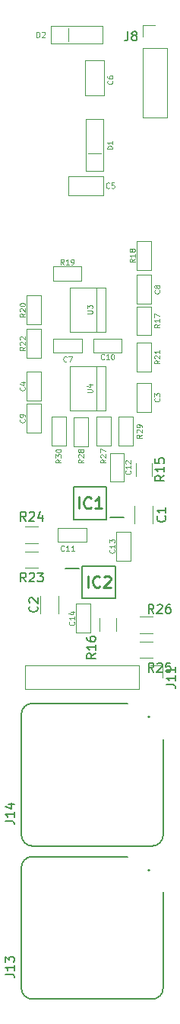
<source format=gbr>
G04 #@! TF.GenerationSoftware,KiCad,Pcbnew,(6.0.0)*
G04 #@! TF.CreationDate,2022-01-28T00:57:07+09:00*
G04 #@! TF.ProjectId,exits board A,65786974-7320-4626-9f61-726420412e6b,2.1*
G04 #@! TF.SameCoordinates,Original*
G04 #@! TF.FileFunction,Legend,Top*
G04 #@! TF.FilePolarity,Positive*
%FSLAX46Y46*%
G04 Gerber Fmt 4.6, Leading zero omitted, Abs format (unit mm)*
G04 Created by KiCad (PCBNEW (6.0.0)) date 2022-01-28 00:57:07*
%MOMM*%
%LPD*%
G01*
G04 APERTURE LIST*
%ADD10C,0.150000*%
%ADD11C,0.100000*%
%ADD12C,0.254000*%
%ADD13C,0.120000*%
%ADD14C,0.200000*%
%ADD15C,0.127000*%
G04 APERTURE END LIST*
D10*
X140107142Y-95416666D02*
X140154761Y-95464285D01*
X140202380Y-95607142D01*
X140202380Y-95702380D01*
X140154761Y-95845238D01*
X140059523Y-95940476D01*
X139964285Y-95988095D01*
X139773809Y-96035714D01*
X139630952Y-96035714D01*
X139440476Y-95988095D01*
X139345238Y-95940476D01*
X139250000Y-95845238D01*
X139202380Y-95702380D01*
X139202380Y-95607142D01*
X139250000Y-95464285D01*
X139297619Y-95416666D01*
X140202380Y-94464285D02*
X140202380Y-95035714D01*
X140202380Y-94750000D02*
X139202380Y-94750000D01*
X139345238Y-94845238D01*
X139440476Y-94940476D01*
X139488095Y-95035714D01*
X125857142Y-105416666D02*
X125904761Y-105464285D01*
X125952380Y-105607142D01*
X125952380Y-105702380D01*
X125904761Y-105845238D01*
X125809523Y-105940476D01*
X125714285Y-105988095D01*
X125523809Y-106035714D01*
X125380952Y-106035714D01*
X125190476Y-105988095D01*
X125095238Y-105940476D01*
X125000000Y-105845238D01*
X124952380Y-105702380D01*
X124952380Y-105607142D01*
X125000000Y-105464285D01*
X125047619Y-105416666D01*
X125047619Y-105035714D02*
X125000000Y-104988095D01*
X124952380Y-104892857D01*
X124952380Y-104654761D01*
X125000000Y-104559523D01*
X125047619Y-104511904D01*
X125142857Y-104464285D01*
X125238095Y-104464285D01*
X125380952Y-104511904D01*
X125952380Y-105083333D01*
X125952380Y-104464285D01*
D11*
X139464285Y-82350000D02*
X139492857Y-82378571D01*
X139521428Y-82464285D01*
X139521428Y-82521428D01*
X139492857Y-82607142D01*
X139435714Y-82664285D01*
X139378571Y-82692857D01*
X139264285Y-82721428D01*
X139178571Y-82721428D01*
X139064285Y-82692857D01*
X139007142Y-82664285D01*
X138950000Y-82607142D01*
X138921428Y-82521428D01*
X138921428Y-82464285D01*
X138950000Y-82378571D01*
X138978571Y-82350000D01*
X138921428Y-82150000D02*
X138921428Y-81778571D01*
X139150000Y-81978571D01*
X139150000Y-81892857D01*
X139178571Y-81835714D01*
X139207142Y-81807142D01*
X139264285Y-81778571D01*
X139407142Y-81778571D01*
X139464285Y-81807142D01*
X139492857Y-81835714D01*
X139521428Y-81892857D01*
X139521428Y-82064285D01*
X139492857Y-82121428D01*
X139464285Y-82150000D01*
X124464285Y-81100000D02*
X124492857Y-81128571D01*
X124521428Y-81214285D01*
X124521428Y-81271428D01*
X124492857Y-81357142D01*
X124435714Y-81414285D01*
X124378571Y-81442857D01*
X124264285Y-81471428D01*
X124178571Y-81471428D01*
X124064285Y-81442857D01*
X124007142Y-81414285D01*
X123950000Y-81357142D01*
X123921428Y-81271428D01*
X123921428Y-81214285D01*
X123950000Y-81128571D01*
X123978571Y-81100000D01*
X124121428Y-80585714D02*
X124521428Y-80585714D01*
X123892857Y-80728571D02*
X124321428Y-80871428D01*
X124321428Y-80500000D01*
X133900000Y-58964285D02*
X133871428Y-58992857D01*
X133785714Y-59021428D01*
X133728571Y-59021428D01*
X133642857Y-58992857D01*
X133585714Y-58935714D01*
X133557142Y-58878571D01*
X133528571Y-58764285D01*
X133528571Y-58678571D01*
X133557142Y-58564285D01*
X133585714Y-58507142D01*
X133642857Y-58450000D01*
X133728571Y-58421428D01*
X133785714Y-58421428D01*
X133871428Y-58450000D01*
X133900000Y-58478571D01*
X134442857Y-58421428D02*
X134157142Y-58421428D01*
X134128571Y-58707142D01*
X134157142Y-58678571D01*
X134214285Y-58650000D01*
X134357142Y-58650000D01*
X134414285Y-58678571D01*
X134442857Y-58707142D01*
X134471428Y-58764285D01*
X134471428Y-58907142D01*
X134442857Y-58964285D01*
X134414285Y-58992857D01*
X134357142Y-59021428D01*
X134214285Y-59021428D01*
X134157142Y-58992857D01*
X134128571Y-58964285D01*
X134214285Y-47100000D02*
X134242857Y-47128571D01*
X134271428Y-47214285D01*
X134271428Y-47271428D01*
X134242857Y-47357142D01*
X134185714Y-47414285D01*
X134128571Y-47442857D01*
X134014285Y-47471428D01*
X133928571Y-47471428D01*
X133814285Y-47442857D01*
X133757142Y-47414285D01*
X133700000Y-47357142D01*
X133671428Y-47271428D01*
X133671428Y-47214285D01*
X133700000Y-47128571D01*
X133728571Y-47100000D01*
X133671428Y-46585714D02*
X133671428Y-46700000D01*
X133700000Y-46757142D01*
X133728571Y-46785714D01*
X133814285Y-46842857D01*
X133928571Y-46871428D01*
X134157142Y-46871428D01*
X134214285Y-46842857D01*
X134242857Y-46814285D01*
X134271428Y-46757142D01*
X134271428Y-46642857D01*
X134242857Y-46585714D01*
X134214285Y-46557142D01*
X134157142Y-46528571D01*
X134014285Y-46528571D01*
X133957142Y-46557142D01*
X133928571Y-46585714D01*
X133900000Y-46642857D01*
X133900000Y-46757142D01*
X133928571Y-46814285D01*
X133957142Y-46842857D01*
X134014285Y-46871428D01*
X129150000Y-78214285D02*
X129121428Y-78242857D01*
X129035714Y-78271428D01*
X128978571Y-78271428D01*
X128892857Y-78242857D01*
X128835714Y-78185714D01*
X128807142Y-78128571D01*
X128778571Y-78014285D01*
X128778571Y-77928571D01*
X128807142Y-77814285D01*
X128835714Y-77757142D01*
X128892857Y-77700000D01*
X128978571Y-77671428D01*
X129035714Y-77671428D01*
X129121428Y-77700000D01*
X129150000Y-77728571D01*
X129350000Y-77671428D02*
X129750000Y-77671428D01*
X129492857Y-78271428D01*
X139464285Y-70350000D02*
X139492857Y-70378571D01*
X139521428Y-70464285D01*
X139521428Y-70521428D01*
X139492857Y-70607142D01*
X139435714Y-70664285D01*
X139378571Y-70692857D01*
X139264285Y-70721428D01*
X139178571Y-70721428D01*
X139064285Y-70692857D01*
X139007142Y-70664285D01*
X138950000Y-70607142D01*
X138921428Y-70521428D01*
X138921428Y-70464285D01*
X138950000Y-70378571D01*
X138978571Y-70350000D01*
X139178571Y-70007142D02*
X139150000Y-70064285D01*
X139121428Y-70092857D01*
X139064285Y-70121428D01*
X139035714Y-70121428D01*
X138978571Y-70092857D01*
X138950000Y-70064285D01*
X138921428Y-70007142D01*
X138921428Y-69892857D01*
X138950000Y-69835714D01*
X138978571Y-69807142D01*
X139035714Y-69778571D01*
X139064285Y-69778571D01*
X139121428Y-69807142D01*
X139150000Y-69835714D01*
X139178571Y-69892857D01*
X139178571Y-70007142D01*
X139207142Y-70064285D01*
X139235714Y-70092857D01*
X139292857Y-70121428D01*
X139407142Y-70121428D01*
X139464285Y-70092857D01*
X139492857Y-70064285D01*
X139521428Y-70007142D01*
X139521428Y-69892857D01*
X139492857Y-69835714D01*
X139464285Y-69807142D01*
X139407142Y-69778571D01*
X139292857Y-69778571D01*
X139235714Y-69807142D01*
X139207142Y-69835714D01*
X139178571Y-69892857D01*
X124464285Y-84650000D02*
X124492857Y-84678571D01*
X124521428Y-84764285D01*
X124521428Y-84821428D01*
X124492857Y-84907142D01*
X124435714Y-84964285D01*
X124378571Y-84992857D01*
X124264285Y-85021428D01*
X124178571Y-85021428D01*
X124064285Y-84992857D01*
X124007142Y-84964285D01*
X123950000Y-84907142D01*
X123921428Y-84821428D01*
X123921428Y-84764285D01*
X123950000Y-84678571D01*
X123978571Y-84650000D01*
X124521428Y-84364285D02*
X124521428Y-84250000D01*
X124492857Y-84192857D01*
X124464285Y-84164285D01*
X124378571Y-84107142D01*
X124264285Y-84078571D01*
X124035714Y-84078571D01*
X123978571Y-84107142D01*
X123950000Y-84135714D01*
X123921428Y-84192857D01*
X123921428Y-84307142D01*
X123950000Y-84364285D01*
X123978571Y-84392857D01*
X124035714Y-84421428D01*
X124178571Y-84421428D01*
X124235714Y-84392857D01*
X124264285Y-84364285D01*
X124292857Y-84307142D01*
X124292857Y-84192857D01*
X124264285Y-84135714D01*
X124235714Y-84107142D01*
X124178571Y-84078571D01*
X133314285Y-77964285D02*
X133285714Y-77992857D01*
X133200000Y-78021428D01*
X133142857Y-78021428D01*
X133057142Y-77992857D01*
X133000000Y-77935714D01*
X132971428Y-77878571D01*
X132942857Y-77764285D01*
X132942857Y-77678571D01*
X132971428Y-77564285D01*
X133000000Y-77507142D01*
X133057142Y-77450000D01*
X133142857Y-77421428D01*
X133200000Y-77421428D01*
X133285714Y-77450000D01*
X133314285Y-77478571D01*
X133885714Y-78021428D02*
X133542857Y-78021428D01*
X133714285Y-78021428D02*
X133714285Y-77421428D01*
X133657142Y-77507142D01*
X133600000Y-77564285D01*
X133542857Y-77592857D01*
X134257142Y-77421428D02*
X134314285Y-77421428D01*
X134371428Y-77450000D01*
X134400000Y-77478571D01*
X134428571Y-77535714D01*
X134457142Y-77650000D01*
X134457142Y-77792857D01*
X134428571Y-77907142D01*
X134400000Y-77964285D01*
X134371428Y-77992857D01*
X134314285Y-78021428D01*
X134257142Y-78021428D01*
X134200000Y-77992857D01*
X134171428Y-77964285D01*
X134142857Y-77907142D01*
X134114285Y-77792857D01*
X134114285Y-77650000D01*
X134142857Y-77535714D01*
X134171428Y-77478571D01*
X134200000Y-77450000D01*
X134257142Y-77421428D01*
X134271428Y-54692857D02*
X133671428Y-54692857D01*
X133671428Y-54550000D01*
X133700000Y-54464285D01*
X133757142Y-54407142D01*
X133814285Y-54378571D01*
X133928571Y-54350000D01*
X134014285Y-54350000D01*
X134128571Y-54378571D01*
X134185714Y-54407142D01*
X134242857Y-54464285D01*
X134271428Y-54550000D01*
X134271428Y-54692857D01*
X134271428Y-53778571D02*
X134271428Y-54121428D01*
X134271428Y-53950000D02*
X133671428Y-53950000D01*
X133757142Y-54007142D01*
X133814285Y-54064285D01*
X133842857Y-54121428D01*
X125807142Y-42271428D02*
X125807142Y-41671428D01*
X125950000Y-41671428D01*
X126035714Y-41700000D01*
X126092857Y-41757142D01*
X126121428Y-41814285D01*
X126150000Y-41928571D01*
X126150000Y-42014285D01*
X126121428Y-42128571D01*
X126092857Y-42185714D01*
X126035714Y-42242857D01*
X125950000Y-42271428D01*
X125807142Y-42271428D01*
X126378571Y-41728571D02*
X126407142Y-41700000D01*
X126464285Y-41671428D01*
X126607142Y-41671428D01*
X126664285Y-41700000D01*
X126692857Y-41728571D01*
X126721428Y-41785714D01*
X126721428Y-41842857D01*
X126692857Y-41928571D01*
X126350000Y-42271428D01*
X126721428Y-42271428D01*
D10*
X135966666Y-41652380D02*
X135966666Y-42366666D01*
X135919047Y-42509523D01*
X135823809Y-42604761D01*
X135680952Y-42652380D01*
X135585714Y-42652380D01*
X136585714Y-42080952D02*
X136490476Y-42033333D01*
X136442857Y-41985714D01*
X136395238Y-41890476D01*
X136395238Y-41842857D01*
X136442857Y-41747619D01*
X136490476Y-41700000D01*
X136585714Y-41652380D01*
X136776190Y-41652380D01*
X136871428Y-41700000D01*
X136919047Y-41747619D01*
X136966666Y-41842857D01*
X136966666Y-41890476D01*
X136919047Y-41985714D01*
X136871428Y-42033333D01*
X136776190Y-42080952D01*
X136585714Y-42080952D01*
X136490476Y-42128571D01*
X136442857Y-42176190D01*
X136395238Y-42271428D01*
X136395238Y-42461904D01*
X136442857Y-42557142D01*
X136490476Y-42604761D01*
X136585714Y-42652380D01*
X136776190Y-42652380D01*
X136871428Y-42604761D01*
X136919047Y-42557142D01*
X136966666Y-42461904D01*
X136966666Y-42271428D01*
X136919047Y-42176190D01*
X136871428Y-42128571D01*
X136776190Y-42080952D01*
X140282380Y-114109523D02*
X140996666Y-114109523D01*
X141139523Y-114157142D01*
X141234761Y-114252380D01*
X141282380Y-114395238D01*
X141282380Y-114490476D01*
X141282380Y-113109523D02*
X141282380Y-113680952D01*
X141282380Y-113395238D02*
X140282380Y-113395238D01*
X140425238Y-113490476D01*
X140520476Y-113585714D01*
X140568095Y-113680952D01*
X141282380Y-112157142D02*
X141282380Y-112728571D01*
X141282380Y-112442857D02*
X140282380Y-112442857D01*
X140425238Y-112538095D01*
X140520476Y-112633333D01*
X140568095Y-112728571D01*
X140022380Y-90892857D02*
X139546190Y-91226190D01*
X140022380Y-91464285D02*
X139022380Y-91464285D01*
X139022380Y-91083333D01*
X139070000Y-90988095D01*
X139117619Y-90940476D01*
X139212857Y-90892857D01*
X139355714Y-90892857D01*
X139450952Y-90940476D01*
X139498571Y-90988095D01*
X139546190Y-91083333D01*
X139546190Y-91464285D01*
X140022380Y-89940476D02*
X140022380Y-90511904D01*
X140022380Y-90226190D02*
X139022380Y-90226190D01*
X139165238Y-90321428D01*
X139260476Y-90416666D01*
X139308095Y-90511904D01*
X139022380Y-89035714D02*
X139022380Y-89511904D01*
X139498571Y-89559523D01*
X139450952Y-89511904D01*
X139403333Y-89416666D01*
X139403333Y-89178571D01*
X139450952Y-89083333D01*
X139498571Y-89035714D01*
X139593809Y-88988095D01*
X139831904Y-88988095D01*
X139927142Y-89035714D01*
X139974761Y-89083333D01*
X140022380Y-89178571D01*
X140022380Y-89416666D01*
X139974761Y-89511904D01*
X139927142Y-89559523D01*
X132382380Y-110642857D02*
X131906190Y-110976190D01*
X132382380Y-111214285D02*
X131382380Y-111214285D01*
X131382380Y-110833333D01*
X131430000Y-110738095D01*
X131477619Y-110690476D01*
X131572857Y-110642857D01*
X131715714Y-110642857D01*
X131810952Y-110690476D01*
X131858571Y-110738095D01*
X131906190Y-110833333D01*
X131906190Y-111214285D01*
X132382380Y-109690476D02*
X132382380Y-110261904D01*
X132382380Y-109976190D02*
X131382380Y-109976190D01*
X131525238Y-110071428D01*
X131620476Y-110166666D01*
X131668095Y-110261904D01*
X131382380Y-108833333D02*
X131382380Y-109023809D01*
X131430000Y-109119047D01*
X131477619Y-109166666D01*
X131620476Y-109261904D01*
X131810952Y-109309523D01*
X132191904Y-109309523D01*
X132287142Y-109261904D01*
X132334761Y-109214285D01*
X132382380Y-109119047D01*
X132382380Y-108928571D01*
X132334761Y-108833333D01*
X132287142Y-108785714D01*
X132191904Y-108738095D01*
X131953809Y-108738095D01*
X131858571Y-108785714D01*
X131810952Y-108833333D01*
X131763333Y-108928571D01*
X131763333Y-109119047D01*
X131810952Y-109214285D01*
X131858571Y-109261904D01*
X131953809Y-109309523D01*
D11*
X139521428Y-74135714D02*
X139235714Y-74335714D01*
X139521428Y-74478571D02*
X138921428Y-74478571D01*
X138921428Y-74250000D01*
X138950000Y-74192857D01*
X138978571Y-74164285D01*
X139035714Y-74135714D01*
X139121428Y-74135714D01*
X139178571Y-74164285D01*
X139207142Y-74192857D01*
X139235714Y-74250000D01*
X139235714Y-74478571D01*
X139521428Y-73564285D02*
X139521428Y-73907142D01*
X139521428Y-73735714D02*
X138921428Y-73735714D01*
X139007142Y-73792857D01*
X139064285Y-73850000D01*
X139092857Y-73907142D01*
X138921428Y-73364285D02*
X138921428Y-72964285D01*
X139521428Y-73221428D01*
X136751428Y-66885714D02*
X136465714Y-67085714D01*
X136751428Y-67228571D02*
X136151428Y-67228571D01*
X136151428Y-67000000D01*
X136180000Y-66942857D01*
X136208571Y-66914285D01*
X136265714Y-66885714D01*
X136351428Y-66885714D01*
X136408571Y-66914285D01*
X136437142Y-66942857D01*
X136465714Y-67000000D01*
X136465714Y-67228571D01*
X136751428Y-66314285D02*
X136751428Y-66657142D01*
X136751428Y-66485714D02*
X136151428Y-66485714D01*
X136237142Y-66542857D01*
X136294285Y-66600000D01*
X136322857Y-66657142D01*
X136408571Y-65971428D02*
X136380000Y-66028571D01*
X136351428Y-66057142D01*
X136294285Y-66085714D01*
X136265714Y-66085714D01*
X136208571Y-66057142D01*
X136180000Y-66028571D01*
X136151428Y-65971428D01*
X136151428Y-65857142D01*
X136180000Y-65800000D01*
X136208571Y-65771428D01*
X136265714Y-65742857D01*
X136294285Y-65742857D01*
X136351428Y-65771428D01*
X136380000Y-65800000D01*
X136408571Y-65857142D01*
X136408571Y-65971428D01*
X136437142Y-66028571D01*
X136465714Y-66057142D01*
X136522857Y-66085714D01*
X136637142Y-66085714D01*
X136694285Y-66057142D01*
X136722857Y-66028571D01*
X136751428Y-65971428D01*
X136751428Y-65857142D01*
X136722857Y-65800000D01*
X136694285Y-65771428D01*
X136637142Y-65742857D01*
X136522857Y-65742857D01*
X136465714Y-65771428D01*
X136437142Y-65800000D01*
X136408571Y-65857142D01*
X128814285Y-67501428D02*
X128614285Y-67215714D01*
X128471428Y-67501428D02*
X128471428Y-66901428D01*
X128700000Y-66901428D01*
X128757142Y-66930000D01*
X128785714Y-66958571D01*
X128814285Y-67015714D01*
X128814285Y-67101428D01*
X128785714Y-67158571D01*
X128757142Y-67187142D01*
X128700000Y-67215714D01*
X128471428Y-67215714D01*
X129385714Y-67501428D02*
X129042857Y-67501428D01*
X129214285Y-67501428D02*
X129214285Y-66901428D01*
X129157142Y-66987142D01*
X129100000Y-67044285D01*
X129042857Y-67072857D01*
X129671428Y-67501428D02*
X129785714Y-67501428D01*
X129842857Y-67472857D01*
X129871428Y-67444285D01*
X129928571Y-67358571D01*
X129957142Y-67244285D01*
X129957142Y-67015714D01*
X129928571Y-66958571D01*
X129900000Y-66930000D01*
X129842857Y-66901428D01*
X129728571Y-66901428D01*
X129671428Y-66930000D01*
X129642857Y-66958571D01*
X129614285Y-67015714D01*
X129614285Y-67158571D01*
X129642857Y-67215714D01*
X129671428Y-67244285D01*
X129728571Y-67272857D01*
X129842857Y-67272857D01*
X129900000Y-67244285D01*
X129928571Y-67215714D01*
X129957142Y-67158571D01*
X124521428Y-72935714D02*
X124235714Y-73135714D01*
X124521428Y-73278571D02*
X123921428Y-73278571D01*
X123921428Y-73050000D01*
X123950000Y-72992857D01*
X123978571Y-72964285D01*
X124035714Y-72935714D01*
X124121428Y-72935714D01*
X124178571Y-72964285D01*
X124207142Y-72992857D01*
X124235714Y-73050000D01*
X124235714Y-73278571D01*
X123978571Y-72707142D02*
X123950000Y-72678571D01*
X123921428Y-72621428D01*
X123921428Y-72478571D01*
X123950000Y-72421428D01*
X123978571Y-72392857D01*
X124035714Y-72364285D01*
X124092857Y-72364285D01*
X124178571Y-72392857D01*
X124521428Y-72735714D01*
X124521428Y-72364285D01*
X123921428Y-71992857D02*
X123921428Y-71935714D01*
X123950000Y-71878571D01*
X123978571Y-71850000D01*
X124035714Y-71821428D01*
X124150000Y-71792857D01*
X124292857Y-71792857D01*
X124407142Y-71821428D01*
X124464285Y-71850000D01*
X124492857Y-71878571D01*
X124521428Y-71935714D01*
X124521428Y-71992857D01*
X124492857Y-72050000D01*
X124464285Y-72078571D01*
X124407142Y-72107142D01*
X124292857Y-72135714D01*
X124150000Y-72135714D01*
X124035714Y-72107142D01*
X123978571Y-72078571D01*
X123950000Y-72050000D01*
X123921428Y-71992857D01*
X139521428Y-78135714D02*
X139235714Y-78335714D01*
X139521428Y-78478571D02*
X138921428Y-78478571D01*
X138921428Y-78250000D01*
X138950000Y-78192857D01*
X138978571Y-78164285D01*
X139035714Y-78135714D01*
X139121428Y-78135714D01*
X139178571Y-78164285D01*
X139207142Y-78192857D01*
X139235714Y-78250000D01*
X139235714Y-78478571D01*
X138978571Y-77907142D02*
X138950000Y-77878571D01*
X138921428Y-77821428D01*
X138921428Y-77678571D01*
X138950000Y-77621428D01*
X138978571Y-77592857D01*
X139035714Y-77564285D01*
X139092857Y-77564285D01*
X139178571Y-77592857D01*
X139521428Y-77935714D01*
X139521428Y-77564285D01*
X139521428Y-76992857D02*
X139521428Y-77335714D01*
X139521428Y-77164285D02*
X138921428Y-77164285D01*
X139007142Y-77221428D01*
X139064285Y-77278571D01*
X139092857Y-77335714D01*
X124521428Y-76635714D02*
X124235714Y-76835714D01*
X124521428Y-76978571D02*
X123921428Y-76978571D01*
X123921428Y-76750000D01*
X123950000Y-76692857D01*
X123978571Y-76664285D01*
X124035714Y-76635714D01*
X124121428Y-76635714D01*
X124178571Y-76664285D01*
X124207142Y-76692857D01*
X124235714Y-76750000D01*
X124235714Y-76978571D01*
X123978571Y-76407142D02*
X123950000Y-76378571D01*
X123921428Y-76321428D01*
X123921428Y-76178571D01*
X123950000Y-76121428D01*
X123978571Y-76092857D01*
X124035714Y-76064285D01*
X124092857Y-76064285D01*
X124178571Y-76092857D01*
X124521428Y-76435714D01*
X124521428Y-76064285D01*
X123978571Y-75835714D02*
X123950000Y-75807142D01*
X123921428Y-75750000D01*
X123921428Y-75607142D01*
X123950000Y-75550000D01*
X123978571Y-75521428D01*
X124035714Y-75492857D01*
X124092857Y-75492857D01*
X124178571Y-75521428D01*
X124521428Y-75864285D01*
X124521428Y-75492857D01*
D10*
X124607142Y-102702380D02*
X124273809Y-102226190D01*
X124035714Y-102702380D02*
X124035714Y-101702380D01*
X124416666Y-101702380D01*
X124511904Y-101750000D01*
X124559523Y-101797619D01*
X124607142Y-101892857D01*
X124607142Y-102035714D01*
X124559523Y-102130952D01*
X124511904Y-102178571D01*
X124416666Y-102226190D01*
X124035714Y-102226190D01*
X124988095Y-101797619D02*
X125035714Y-101750000D01*
X125130952Y-101702380D01*
X125369047Y-101702380D01*
X125464285Y-101750000D01*
X125511904Y-101797619D01*
X125559523Y-101892857D01*
X125559523Y-101988095D01*
X125511904Y-102130952D01*
X124940476Y-102702380D01*
X125559523Y-102702380D01*
X125892857Y-101702380D02*
X126511904Y-101702380D01*
X126178571Y-102083333D01*
X126321428Y-102083333D01*
X126416666Y-102130952D01*
X126464285Y-102178571D01*
X126511904Y-102273809D01*
X126511904Y-102511904D01*
X126464285Y-102607142D01*
X126416666Y-102654761D01*
X126321428Y-102702380D01*
X126035714Y-102702380D01*
X125940476Y-102654761D01*
X125892857Y-102607142D01*
X124607142Y-95952380D02*
X124273809Y-95476190D01*
X124035714Y-95952380D02*
X124035714Y-94952380D01*
X124416666Y-94952380D01*
X124511904Y-95000000D01*
X124559523Y-95047619D01*
X124607142Y-95142857D01*
X124607142Y-95285714D01*
X124559523Y-95380952D01*
X124511904Y-95428571D01*
X124416666Y-95476190D01*
X124035714Y-95476190D01*
X124988095Y-95047619D02*
X125035714Y-95000000D01*
X125130952Y-94952380D01*
X125369047Y-94952380D01*
X125464285Y-95000000D01*
X125511904Y-95047619D01*
X125559523Y-95142857D01*
X125559523Y-95238095D01*
X125511904Y-95380952D01*
X124940476Y-95952380D01*
X125559523Y-95952380D01*
X126416666Y-95285714D02*
X126416666Y-95952380D01*
X126178571Y-94904761D02*
X125940476Y-95619047D01*
X126559523Y-95619047D01*
X138857142Y-112702380D02*
X138523809Y-112226190D01*
X138285714Y-112702380D02*
X138285714Y-111702380D01*
X138666666Y-111702380D01*
X138761904Y-111750000D01*
X138809523Y-111797619D01*
X138857142Y-111892857D01*
X138857142Y-112035714D01*
X138809523Y-112130952D01*
X138761904Y-112178571D01*
X138666666Y-112226190D01*
X138285714Y-112226190D01*
X139238095Y-111797619D02*
X139285714Y-111750000D01*
X139380952Y-111702380D01*
X139619047Y-111702380D01*
X139714285Y-111750000D01*
X139761904Y-111797619D01*
X139809523Y-111892857D01*
X139809523Y-111988095D01*
X139761904Y-112130952D01*
X139190476Y-112702380D01*
X139809523Y-112702380D01*
X140714285Y-111702380D02*
X140238095Y-111702380D01*
X140190476Y-112178571D01*
X140238095Y-112130952D01*
X140333333Y-112083333D01*
X140571428Y-112083333D01*
X140666666Y-112130952D01*
X140714285Y-112178571D01*
X140761904Y-112273809D01*
X140761904Y-112511904D01*
X140714285Y-112607142D01*
X140666666Y-112654761D01*
X140571428Y-112702380D01*
X140333333Y-112702380D01*
X140238095Y-112654761D01*
X140190476Y-112607142D01*
X138857142Y-106202380D02*
X138523809Y-105726190D01*
X138285714Y-106202380D02*
X138285714Y-105202380D01*
X138666666Y-105202380D01*
X138761904Y-105250000D01*
X138809523Y-105297619D01*
X138857142Y-105392857D01*
X138857142Y-105535714D01*
X138809523Y-105630952D01*
X138761904Y-105678571D01*
X138666666Y-105726190D01*
X138285714Y-105726190D01*
X139238095Y-105297619D02*
X139285714Y-105250000D01*
X139380952Y-105202380D01*
X139619047Y-105202380D01*
X139714285Y-105250000D01*
X139761904Y-105297619D01*
X139809523Y-105392857D01*
X139809523Y-105488095D01*
X139761904Y-105630952D01*
X139190476Y-106202380D01*
X139809523Y-106202380D01*
X140666666Y-105202380D02*
X140476190Y-105202380D01*
X140380952Y-105250000D01*
X140333333Y-105297619D01*
X140238095Y-105440476D01*
X140190476Y-105630952D01*
X140190476Y-106011904D01*
X140238095Y-106107142D01*
X140285714Y-106154761D01*
X140380952Y-106202380D01*
X140571428Y-106202380D01*
X140666666Y-106154761D01*
X140714285Y-106107142D01*
X140761904Y-106011904D01*
X140761904Y-105773809D01*
X140714285Y-105678571D01*
X140666666Y-105630952D01*
X140571428Y-105583333D01*
X140380952Y-105583333D01*
X140285714Y-105630952D01*
X140238095Y-105678571D01*
X140190476Y-105773809D01*
D11*
X133521428Y-89135714D02*
X133235714Y-89335714D01*
X133521428Y-89478571D02*
X132921428Y-89478571D01*
X132921428Y-89250000D01*
X132950000Y-89192857D01*
X132978571Y-89164285D01*
X133035714Y-89135714D01*
X133121428Y-89135714D01*
X133178571Y-89164285D01*
X133207142Y-89192857D01*
X133235714Y-89250000D01*
X133235714Y-89478571D01*
X132978571Y-88907142D02*
X132950000Y-88878571D01*
X132921428Y-88821428D01*
X132921428Y-88678571D01*
X132950000Y-88621428D01*
X132978571Y-88592857D01*
X133035714Y-88564285D01*
X133092857Y-88564285D01*
X133178571Y-88592857D01*
X133521428Y-88935714D01*
X133521428Y-88564285D01*
X132921428Y-88364285D02*
X132921428Y-87964285D01*
X133521428Y-88221428D01*
X131021428Y-89135714D02*
X130735714Y-89335714D01*
X131021428Y-89478571D02*
X130421428Y-89478571D01*
X130421428Y-89250000D01*
X130450000Y-89192857D01*
X130478571Y-89164285D01*
X130535714Y-89135714D01*
X130621428Y-89135714D01*
X130678571Y-89164285D01*
X130707142Y-89192857D01*
X130735714Y-89250000D01*
X130735714Y-89478571D01*
X130478571Y-88907142D02*
X130450000Y-88878571D01*
X130421428Y-88821428D01*
X130421428Y-88678571D01*
X130450000Y-88621428D01*
X130478571Y-88592857D01*
X130535714Y-88564285D01*
X130592857Y-88564285D01*
X130678571Y-88592857D01*
X131021428Y-88935714D01*
X131021428Y-88564285D01*
X130678571Y-88221428D02*
X130650000Y-88278571D01*
X130621428Y-88307142D01*
X130564285Y-88335714D01*
X130535714Y-88335714D01*
X130478571Y-88307142D01*
X130450000Y-88278571D01*
X130421428Y-88221428D01*
X130421428Y-88107142D01*
X130450000Y-88050000D01*
X130478571Y-88021428D01*
X130535714Y-87992857D01*
X130564285Y-87992857D01*
X130621428Y-88021428D01*
X130650000Y-88050000D01*
X130678571Y-88107142D01*
X130678571Y-88221428D01*
X130707142Y-88278571D01*
X130735714Y-88307142D01*
X130792857Y-88335714D01*
X130907142Y-88335714D01*
X130964285Y-88307142D01*
X130992857Y-88278571D01*
X131021428Y-88221428D01*
X131021428Y-88107142D01*
X130992857Y-88050000D01*
X130964285Y-88021428D01*
X130907142Y-87992857D01*
X130792857Y-87992857D01*
X130735714Y-88021428D01*
X130707142Y-88050000D01*
X130678571Y-88107142D01*
X137521428Y-86385714D02*
X137235714Y-86585714D01*
X137521428Y-86728571D02*
X136921428Y-86728571D01*
X136921428Y-86500000D01*
X136950000Y-86442857D01*
X136978571Y-86414285D01*
X137035714Y-86385714D01*
X137121428Y-86385714D01*
X137178571Y-86414285D01*
X137207142Y-86442857D01*
X137235714Y-86500000D01*
X137235714Y-86728571D01*
X136978571Y-86157142D02*
X136950000Y-86128571D01*
X136921428Y-86071428D01*
X136921428Y-85928571D01*
X136950000Y-85871428D01*
X136978571Y-85842857D01*
X137035714Y-85814285D01*
X137092857Y-85814285D01*
X137178571Y-85842857D01*
X137521428Y-86185714D01*
X137521428Y-85814285D01*
X137521428Y-85528571D02*
X137521428Y-85414285D01*
X137492857Y-85357142D01*
X137464285Y-85328571D01*
X137378571Y-85271428D01*
X137264285Y-85242857D01*
X137035714Y-85242857D01*
X136978571Y-85271428D01*
X136950000Y-85300000D01*
X136921428Y-85357142D01*
X136921428Y-85471428D01*
X136950000Y-85528571D01*
X136978571Y-85557142D01*
X137035714Y-85585714D01*
X137178571Y-85585714D01*
X137235714Y-85557142D01*
X137264285Y-85528571D01*
X137292857Y-85471428D01*
X137292857Y-85357142D01*
X137264285Y-85300000D01*
X137235714Y-85271428D01*
X137178571Y-85242857D01*
X128521428Y-89135714D02*
X128235714Y-89335714D01*
X128521428Y-89478571D02*
X127921428Y-89478571D01*
X127921428Y-89250000D01*
X127950000Y-89192857D01*
X127978571Y-89164285D01*
X128035714Y-89135714D01*
X128121428Y-89135714D01*
X128178571Y-89164285D01*
X128207142Y-89192857D01*
X128235714Y-89250000D01*
X128235714Y-89478571D01*
X127921428Y-88935714D02*
X127921428Y-88564285D01*
X128150000Y-88764285D01*
X128150000Y-88678571D01*
X128178571Y-88621428D01*
X128207142Y-88592857D01*
X128264285Y-88564285D01*
X128407142Y-88564285D01*
X128464285Y-88592857D01*
X128492857Y-88621428D01*
X128521428Y-88678571D01*
X128521428Y-88850000D01*
X128492857Y-88907142D01*
X128464285Y-88935714D01*
X127921428Y-88192857D02*
X127921428Y-88135714D01*
X127950000Y-88078571D01*
X127978571Y-88050000D01*
X128035714Y-88021428D01*
X128150000Y-87992857D01*
X128292857Y-87992857D01*
X128407142Y-88021428D01*
X128464285Y-88050000D01*
X128492857Y-88078571D01*
X128521428Y-88135714D01*
X128521428Y-88192857D01*
X128492857Y-88250000D01*
X128464285Y-88278571D01*
X128407142Y-88307142D01*
X128292857Y-88335714D01*
X128150000Y-88335714D01*
X128035714Y-88307142D01*
X127978571Y-88278571D01*
X127950000Y-88250000D01*
X127921428Y-88192857D01*
X131421428Y-72957142D02*
X131907142Y-72957142D01*
X131964285Y-72928571D01*
X131992857Y-72900000D01*
X132021428Y-72842857D01*
X132021428Y-72728571D01*
X131992857Y-72671428D01*
X131964285Y-72642857D01*
X131907142Y-72614285D01*
X131421428Y-72614285D01*
X131421428Y-72385714D02*
X131421428Y-72014285D01*
X131650000Y-72214285D01*
X131650000Y-72128571D01*
X131678571Y-72071428D01*
X131707142Y-72042857D01*
X131764285Y-72014285D01*
X131907142Y-72014285D01*
X131964285Y-72042857D01*
X131992857Y-72071428D01*
X132021428Y-72128571D01*
X132021428Y-72300000D01*
X131992857Y-72357142D01*
X131964285Y-72385714D01*
X131421428Y-81707142D02*
X131907142Y-81707142D01*
X131964285Y-81678571D01*
X131992857Y-81650000D01*
X132021428Y-81592857D01*
X132021428Y-81478571D01*
X131992857Y-81421428D01*
X131964285Y-81392857D01*
X131907142Y-81364285D01*
X131421428Y-81364285D01*
X131621428Y-80821428D02*
X132021428Y-80821428D01*
X131392857Y-80964285D02*
X131821428Y-81107142D01*
X131821428Y-80735714D01*
D12*
X130510238Y-94574523D02*
X130510238Y-93304523D01*
X131840714Y-94453571D02*
X131780238Y-94514047D01*
X131598809Y-94574523D01*
X131477857Y-94574523D01*
X131296428Y-94514047D01*
X131175476Y-94393095D01*
X131115000Y-94272142D01*
X131054523Y-94030238D01*
X131054523Y-93848809D01*
X131115000Y-93606904D01*
X131175476Y-93485952D01*
X131296428Y-93365000D01*
X131477857Y-93304523D01*
X131598809Y-93304523D01*
X131780238Y-93365000D01*
X131840714Y-93425476D01*
X133050238Y-94574523D02*
X132324523Y-94574523D01*
X132687380Y-94574523D02*
X132687380Y-93304523D01*
X132566428Y-93485952D01*
X132445476Y-93606904D01*
X132324523Y-93667380D01*
X131510238Y-103324523D02*
X131510238Y-102054523D01*
X132840714Y-103203571D02*
X132780238Y-103264047D01*
X132598809Y-103324523D01*
X132477857Y-103324523D01*
X132296428Y-103264047D01*
X132175476Y-103143095D01*
X132115000Y-103022142D01*
X132054523Y-102780238D01*
X132054523Y-102598809D01*
X132115000Y-102356904D01*
X132175476Y-102235952D01*
X132296428Y-102115000D01*
X132477857Y-102054523D01*
X132598809Y-102054523D01*
X132780238Y-102115000D01*
X132840714Y-102175476D01*
X133324523Y-102175476D02*
X133385000Y-102115000D01*
X133505952Y-102054523D01*
X133808333Y-102054523D01*
X133929285Y-102115000D01*
X133989761Y-102175476D01*
X134050238Y-102296428D01*
X134050238Y-102417380D01*
X133989761Y-102598809D01*
X133264047Y-103324523D01*
X134050238Y-103324523D01*
D11*
X128864285Y-99214285D02*
X128835714Y-99242857D01*
X128750000Y-99271428D01*
X128692857Y-99271428D01*
X128607142Y-99242857D01*
X128550000Y-99185714D01*
X128521428Y-99128571D01*
X128492857Y-99014285D01*
X128492857Y-98928571D01*
X128521428Y-98814285D01*
X128550000Y-98757142D01*
X128607142Y-98700000D01*
X128692857Y-98671428D01*
X128750000Y-98671428D01*
X128835714Y-98700000D01*
X128864285Y-98728571D01*
X129435714Y-99271428D02*
X129092857Y-99271428D01*
X129264285Y-99271428D02*
X129264285Y-98671428D01*
X129207142Y-98757142D01*
X129150000Y-98814285D01*
X129092857Y-98842857D01*
X130007142Y-99271428D02*
X129664285Y-99271428D01*
X129835714Y-99271428D02*
X129835714Y-98671428D01*
X129778571Y-98757142D01*
X129721428Y-98814285D01*
X129664285Y-98842857D01*
X136234285Y-90385714D02*
X136262857Y-90414285D01*
X136291428Y-90500000D01*
X136291428Y-90557142D01*
X136262857Y-90642857D01*
X136205714Y-90700000D01*
X136148571Y-90728571D01*
X136034285Y-90757142D01*
X135948571Y-90757142D01*
X135834285Y-90728571D01*
X135777142Y-90700000D01*
X135720000Y-90642857D01*
X135691428Y-90557142D01*
X135691428Y-90500000D01*
X135720000Y-90414285D01*
X135748571Y-90385714D01*
X136291428Y-89814285D02*
X136291428Y-90157142D01*
X136291428Y-89985714D02*
X135691428Y-89985714D01*
X135777142Y-90042857D01*
X135834285Y-90100000D01*
X135862857Y-90157142D01*
X135748571Y-89585714D02*
X135720000Y-89557142D01*
X135691428Y-89500000D01*
X135691428Y-89357142D01*
X135720000Y-89300000D01*
X135748571Y-89271428D01*
X135805714Y-89242857D01*
X135862857Y-89242857D01*
X135948571Y-89271428D01*
X136291428Y-89614285D01*
X136291428Y-89242857D01*
X134444285Y-99135714D02*
X134472857Y-99164285D01*
X134501428Y-99250000D01*
X134501428Y-99307142D01*
X134472857Y-99392857D01*
X134415714Y-99450000D01*
X134358571Y-99478571D01*
X134244285Y-99507142D01*
X134158571Y-99507142D01*
X134044285Y-99478571D01*
X133987142Y-99450000D01*
X133930000Y-99392857D01*
X133901428Y-99307142D01*
X133901428Y-99250000D01*
X133930000Y-99164285D01*
X133958571Y-99135714D01*
X134501428Y-98564285D02*
X134501428Y-98907142D01*
X134501428Y-98735714D02*
X133901428Y-98735714D01*
X133987142Y-98792857D01*
X134044285Y-98850000D01*
X134072857Y-98907142D01*
X133901428Y-98364285D02*
X133901428Y-97992857D01*
X134130000Y-98192857D01*
X134130000Y-98107142D01*
X134158571Y-98050000D01*
X134187142Y-98021428D01*
X134244285Y-97992857D01*
X134387142Y-97992857D01*
X134444285Y-98021428D01*
X134472857Y-98050000D01*
X134501428Y-98107142D01*
X134501428Y-98278571D01*
X134472857Y-98335714D01*
X134444285Y-98364285D01*
X129944285Y-107135714D02*
X129972857Y-107164285D01*
X130001428Y-107250000D01*
X130001428Y-107307142D01*
X129972857Y-107392857D01*
X129915714Y-107450000D01*
X129858571Y-107478571D01*
X129744285Y-107507142D01*
X129658571Y-107507142D01*
X129544285Y-107478571D01*
X129487142Y-107450000D01*
X129430000Y-107392857D01*
X129401428Y-107307142D01*
X129401428Y-107250000D01*
X129430000Y-107164285D01*
X129458571Y-107135714D01*
X130001428Y-106564285D02*
X130001428Y-106907142D01*
X130001428Y-106735714D02*
X129401428Y-106735714D01*
X129487142Y-106792857D01*
X129544285Y-106850000D01*
X129572857Y-106907142D01*
X129601428Y-106050000D02*
X130001428Y-106050000D01*
X129372857Y-106192857D02*
X129801428Y-106335714D01*
X129801428Y-105964285D01*
D10*
X122317380Y-129234523D02*
X123031666Y-129234523D01*
X123174523Y-129282142D01*
X123269761Y-129377380D01*
X123317380Y-129520238D01*
X123317380Y-129615476D01*
X123317380Y-128234523D02*
X123317380Y-128805952D01*
X123317380Y-128520238D02*
X122317380Y-128520238D01*
X122460238Y-128615476D01*
X122555476Y-128710714D01*
X122603095Y-128805952D01*
X122650714Y-127377380D02*
X123317380Y-127377380D01*
X122269761Y-127615476D02*
X122984047Y-127853571D01*
X122984047Y-127234523D01*
X122317380Y-146234523D02*
X123031666Y-146234523D01*
X123174523Y-146282142D01*
X123269761Y-146377380D01*
X123317380Y-146520238D01*
X123317380Y-146615476D01*
X123317380Y-145234523D02*
X123317380Y-145805952D01*
X123317380Y-145520238D02*
X122317380Y-145520238D01*
X122460238Y-145615476D01*
X122555476Y-145710714D01*
X122603095Y-145805952D01*
X122317380Y-144901190D02*
X122317380Y-144282142D01*
X122698333Y-144615476D01*
X122698333Y-144472619D01*
X122745952Y-144377380D01*
X122793571Y-144329761D01*
X122888809Y-144282142D01*
X123126904Y-144282142D01*
X123222142Y-144329761D01*
X123269761Y-144377380D01*
X123317380Y-144472619D01*
X123317380Y-144758333D01*
X123269761Y-144853571D01*
X123222142Y-144901190D01*
D13*
X136730000Y-94250000D02*
X136730000Y-96250000D01*
X138770000Y-96250000D02*
X138770000Y-94250000D01*
X126230000Y-104250000D02*
X126230000Y-106250000D01*
X128270000Y-106250000D02*
X128270000Y-104250000D01*
D11*
X138550000Y-80650000D02*
X138550000Y-83850000D01*
X136950000Y-83850000D02*
X136950000Y-80650000D01*
X136950000Y-80650000D02*
X138550000Y-80650000D01*
X138550000Y-83850000D02*
X136950000Y-83850000D01*
X126300000Y-82600000D02*
X124700000Y-82600000D01*
X124700000Y-79400000D02*
X126300000Y-79400000D01*
X124700000Y-82600000D02*
X124700000Y-79400000D01*
X126300000Y-79400000D02*
X126300000Y-82600000D01*
X129300000Y-57700000D02*
X133200000Y-57700000D01*
X133200000Y-57700000D02*
X133200000Y-59800000D01*
X133200000Y-59800000D02*
X129300000Y-59800000D01*
X129300000Y-59800000D02*
X129300000Y-57700000D01*
X131200000Y-48700000D02*
X131200000Y-44800000D01*
X133300000Y-44800000D02*
X133300000Y-48700000D01*
X133300000Y-48700000D02*
X131200000Y-48700000D01*
X131200000Y-44800000D02*
X133300000Y-44800000D01*
X130850000Y-77300000D02*
X127650000Y-77300000D01*
X127650000Y-75700000D02*
X130850000Y-75700000D01*
X130850000Y-75700000D02*
X130850000Y-77300000D01*
X127650000Y-77300000D02*
X127650000Y-75700000D01*
X138550000Y-68650000D02*
X138550000Y-71850000D01*
X138550000Y-71850000D02*
X136950000Y-71850000D01*
X136950000Y-71850000D02*
X136950000Y-68650000D01*
X136950000Y-68650000D02*
X138550000Y-68650000D01*
X124700000Y-86150000D02*
X124700000Y-82950000D01*
X126300000Y-82950000D02*
X126300000Y-86150000D01*
X124700000Y-82950000D02*
X126300000Y-82950000D01*
X126300000Y-86150000D02*
X124700000Y-86150000D01*
X135300000Y-77300000D02*
X132100000Y-77300000D01*
X132100000Y-75700000D02*
X135300000Y-75700000D01*
X132100000Y-77300000D02*
X132100000Y-75700000D01*
X135300000Y-75700000D02*
X135300000Y-77300000D01*
X133250000Y-57150000D02*
X131250000Y-57150000D01*
X133250000Y-51350000D02*
X133250000Y-57150000D01*
X131250000Y-51350000D02*
X133250000Y-51350000D01*
X131550000Y-55150000D02*
X132950000Y-55150000D01*
X131250000Y-57150000D02*
X131250000Y-51350000D01*
X127350000Y-43000000D02*
X127350000Y-41000000D01*
X129350000Y-41300000D02*
X129350000Y-42700000D01*
X133150000Y-41000000D02*
X133150000Y-43000000D01*
X133150000Y-43000000D02*
X127350000Y-43000000D01*
X127350000Y-41000000D02*
X133150000Y-41000000D01*
D13*
X137670000Y-42250000D02*
X137670000Y-40920000D01*
X137670000Y-43520000D02*
X140330000Y-43520000D01*
X137670000Y-51200000D02*
X140330000Y-51200000D01*
X137670000Y-40920000D02*
X139000000Y-40920000D01*
X140330000Y-43520000D02*
X140330000Y-51200000D01*
X137670000Y-43520000D02*
X137670000Y-51200000D01*
X139830000Y-111970000D02*
X139830000Y-113300000D01*
X138500000Y-111970000D02*
X139830000Y-111970000D01*
X137230000Y-111970000D02*
X124470000Y-111970000D01*
X137230000Y-114630000D02*
X124470000Y-114630000D01*
X124470000Y-111970000D02*
X124470000Y-114630000D01*
X137230000Y-111970000D02*
X137230000Y-114630000D01*
X138660000Y-89522936D02*
X138660000Y-90977064D01*
X136840000Y-89522936D02*
X136840000Y-90977064D01*
X132840000Y-108189564D02*
X132840000Y-106735436D01*
X134660000Y-108189564D02*
X134660000Y-106735436D01*
D11*
X136950000Y-72150000D02*
X138550000Y-72150000D01*
X138550000Y-72150000D02*
X138550000Y-75350000D01*
X136950000Y-75350000D02*
X136950000Y-72150000D01*
X138550000Y-75350000D02*
X136950000Y-75350000D01*
X136950000Y-64900000D02*
X138550000Y-64900000D01*
X138550000Y-68100000D02*
X136950000Y-68100000D01*
X136950000Y-68100000D02*
X136950000Y-64900000D01*
X138550000Y-64900000D02*
X138550000Y-68100000D01*
X130800000Y-69300000D02*
X127600000Y-69300000D01*
X127600000Y-67700000D02*
X130800000Y-67700000D01*
X130800000Y-67700000D02*
X130800000Y-69300000D01*
X127600000Y-69300000D02*
X127600000Y-67700000D01*
X126300000Y-70950000D02*
X126300000Y-74150000D01*
X126300000Y-74150000D02*
X124700000Y-74150000D01*
X124700000Y-70950000D02*
X126300000Y-70950000D01*
X124700000Y-74150000D02*
X124700000Y-70950000D01*
X138550000Y-76150000D02*
X138550000Y-79350000D01*
X136950000Y-79350000D02*
X136950000Y-76150000D01*
X136950000Y-76150000D02*
X138550000Y-76150000D01*
X138550000Y-79350000D02*
X136950000Y-79350000D01*
X126300000Y-74650000D02*
X126300000Y-77850000D01*
X124700000Y-74650000D02*
X126300000Y-74650000D01*
X124700000Y-77850000D02*
X124700000Y-74650000D01*
X126300000Y-77850000D02*
X124700000Y-77850000D01*
D13*
X125977064Y-101160000D02*
X124522936Y-101160000D01*
X125977064Y-99340000D02*
X124522936Y-99340000D01*
X125977064Y-98410000D02*
X124522936Y-98410000D01*
X125977064Y-96590000D02*
X124522936Y-96590000D01*
X137272936Y-109340000D02*
X138727064Y-109340000D01*
X137272936Y-111160000D02*
X138727064Y-111160000D01*
X137272936Y-106590000D02*
X138727064Y-106590000D01*
X137272936Y-108410000D02*
X138727064Y-108410000D01*
D11*
X134050000Y-87600000D02*
X132450000Y-87600000D01*
X134050000Y-84400000D02*
X134050000Y-87600000D01*
X132450000Y-87600000D02*
X132450000Y-84400000D01*
X132450000Y-84400000D02*
X134050000Y-84400000D01*
X131550000Y-87650000D02*
X129950000Y-87650000D01*
X131550000Y-84450000D02*
X131550000Y-87650000D01*
X129950000Y-84450000D02*
X131550000Y-84450000D01*
X129950000Y-87650000D02*
X129950000Y-84450000D01*
X136550000Y-87600000D02*
X134950000Y-87600000D01*
X134950000Y-87600000D02*
X134950000Y-84400000D01*
X136550000Y-84400000D02*
X136550000Y-87600000D01*
X134950000Y-84400000D02*
X136550000Y-84400000D01*
X129050000Y-87600000D02*
X127450000Y-87600000D01*
X129050000Y-84400000D02*
X129050000Y-87600000D01*
X127450000Y-84400000D02*
X129050000Y-84400000D01*
X127450000Y-87600000D02*
X127450000Y-84400000D01*
X129500000Y-70050000D02*
X133500000Y-70050000D01*
X129500000Y-74950000D02*
X129500000Y-70050000D01*
X133500000Y-70050000D02*
X133500000Y-74950000D01*
X133500000Y-74950000D02*
X129500000Y-74950000D01*
X132500000Y-70050000D02*
X132500000Y-74950000D01*
X129500000Y-83700000D02*
X129500000Y-78800000D01*
X133500000Y-83700000D02*
X129500000Y-83700000D01*
X132500000Y-78800000D02*
X132500000Y-83700000D01*
X133500000Y-78800000D02*
X133500000Y-83700000D01*
X129500000Y-78800000D02*
X133500000Y-78800000D01*
D14*
X133600000Y-92200000D02*
X133600000Y-95800000D01*
X133600000Y-95800000D02*
X129900000Y-95800000D01*
X129900000Y-95800000D02*
X129900000Y-92200000D01*
X135475000Y-95550000D02*
X133950000Y-95550000D01*
X129900000Y-92200000D02*
X133600000Y-92200000D01*
X134600000Y-100950000D02*
X134600000Y-104550000D01*
X134600000Y-104550000D02*
X130900000Y-104550000D01*
X129025000Y-101200000D02*
X130550000Y-101200000D01*
X130900000Y-104550000D02*
X130900000Y-100950000D01*
X130900000Y-100950000D02*
X134600000Y-100950000D01*
D11*
X131350000Y-98300000D02*
X128150000Y-98300000D01*
X128150000Y-98300000D02*
X128150000Y-96700000D01*
X128150000Y-96700000D02*
X131350000Y-96700000D01*
X131350000Y-96700000D02*
X131350000Y-98300000D01*
X133950000Y-91600000D02*
X133950000Y-88400000D01*
X135550000Y-91600000D02*
X133950000Y-91600000D01*
X135550000Y-88400000D02*
X135550000Y-91600000D01*
X133950000Y-88400000D02*
X135550000Y-88400000D01*
X136300000Y-100350000D02*
X134700000Y-100350000D01*
X134700000Y-100350000D02*
X134700000Y-97150000D01*
X136300000Y-97150000D02*
X136300000Y-100350000D01*
X134700000Y-97150000D02*
X136300000Y-97150000D01*
X130200000Y-105150000D02*
X131800000Y-105150000D01*
X131800000Y-108350000D02*
X130200000Y-108350000D01*
X131800000Y-105150000D02*
X131800000Y-108350000D01*
X130200000Y-108350000D02*
X130200000Y-105150000D01*
D15*
X124100000Y-130800000D02*
X124100000Y-117400000D01*
X138700000Y-132000000D02*
X125300000Y-132000000D01*
X139900000Y-120150000D02*
X139900000Y-130800000D01*
X125300000Y-116200000D02*
X135950000Y-116200000D01*
X125300000Y-116200000D02*
G75*
G03*
X124100000Y-117400000I0J-1200000D01*
G01*
X138700000Y-132000000D02*
G75*
G03*
X139900000Y-130800000I0J1200000D01*
G01*
X124100000Y-130800000D02*
G75*
G03*
X125300000Y-132000000I1200000J0D01*
G01*
D14*
X138400000Y-117700000D02*
G75*
G03*
X138400000Y-117700000I-100000J0D01*
G01*
D15*
X125300000Y-133200000D02*
X135950000Y-133200000D01*
X138700000Y-149000000D02*
X125300000Y-149000000D01*
X124100000Y-147800000D02*
X124100000Y-134400000D01*
X139900000Y-137150000D02*
X139900000Y-147800000D01*
X125300000Y-133200000D02*
G75*
G03*
X124100000Y-134400000I0J-1200000D01*
G01*
X124100000Y-147800000D02*
G75*
G03*
X125300000Y-149000000I1200000J0D01*
G01*
X138700000Y-149000000D02*
G75*
G03*
X139900000Y-147800000I0J1200000D01*
G01*
D14*
X138400000Y-134700000D02*
G75*
G03*
X138400000Y-134700000I-100000J0D01*
G01*
M02*

</source>
